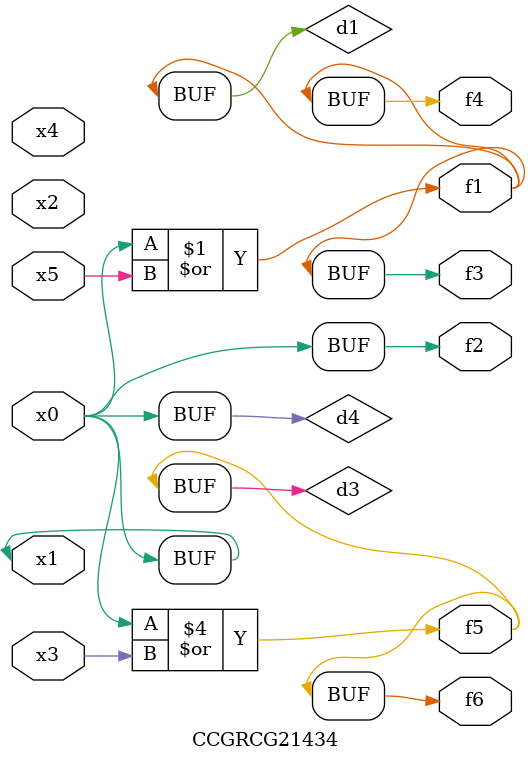
<source format=v>
module CCGRCG21434(
	input x0, x1, x2, x3, x4, x5,
	output f1, f2, f3, f4, f5, f6
);

	wire d1, d2, d3, d4;

	or (d1, x0, x5);
	xnor (d2, x1, x4);
	or (d3, x0, x3);
	buf (d4, x0, x1);
	assign f1 = d1;
	assign f2 = d4;
	assign f3 = d1;
	assign f4 = d1;
	assign f5 = d3;
	assign f6 = d3;
endmodule

</source>
